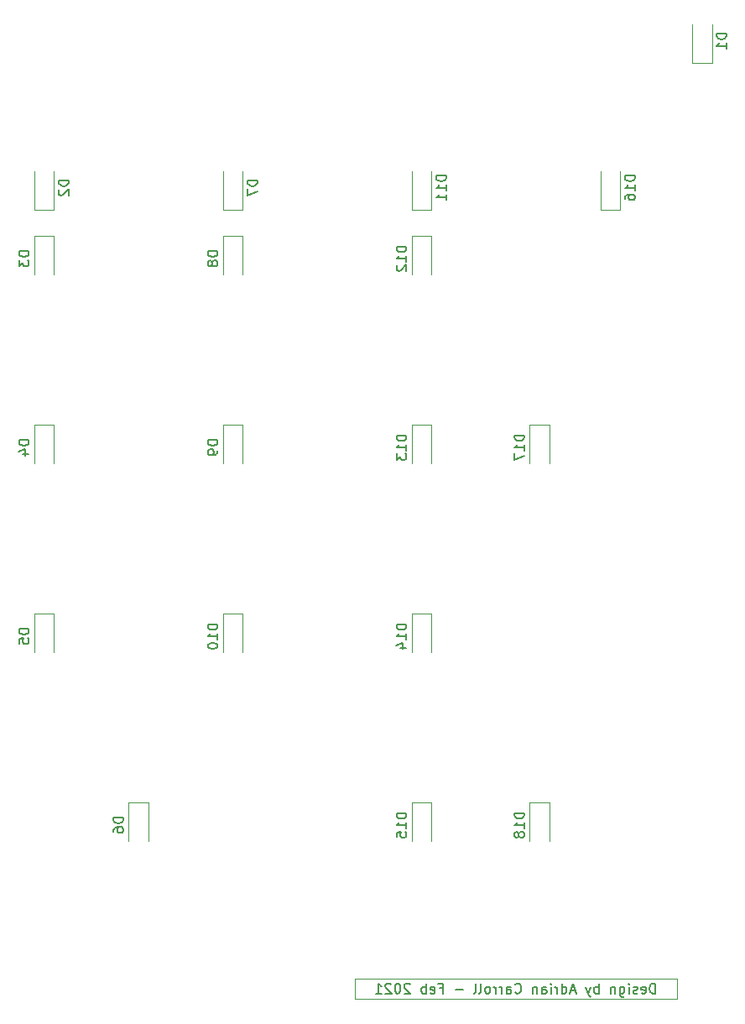
<source format=gbr>
%TF.GenerationSoftware,KiCad,Pcbnew,5.1.9-73d0e3b20d~88~ubuntu20.04.1*%
%TF.CreationDate,2021-03-20T19:20:58-05:00*%
%TF.ProjectId,KeypadMacropad1,4b657970-6164-44d6-9163-726f70616431,rev?*%
%TF.SameCoordinates,Original*%
%TF.FileFunction,Legend,Bot*%
%TF.FilePolarity,Positive*%
%FSLAX46Y46*%
G04 Gerber Fmt 4.6, Leading zero omitted, Abs format (unit mm)*
G04 Created by KiCad (PCBNEW 5.1.9-73d0e3b20d~88~ubuntu20.04.1) date 2021-03-20 19:20:58*
%MOMM*%
%LPD*%
G01*
G04 APERTURE LIST*
%ADD10C,0.120000*%
%ADD11C,0.150000*%
G04 APERTURE END LIST*
D10*
X135456000Y-143364000D02*
X135456000Y-141332000D01*
X167968000Y-143364000D02*
X135456000Y-143364000D01*
X167968000Y-141332000D02*
X167968000Y-143364000D01*
X135456000Y-141332000D02*
X167968000Y-141332000D01*
D11*
X165783428Y-142800380D02*
X165783428Y-141800380D01*
X165545333Y-141800380D01*
X165402476Y-141848000D01*
X165307238Y-141943238D01*
X165259619Y-142038476D01*
X165212000Y-142228952D01*
X165212000Y-142371809D01*
X165259619Y-142562285D01*
X165307238Y-142657523D01*
X165402476Y-142752761D01*
X165545333Y-142800380D01*
X165783428Y-142800380D01*
X164402476Y-142752761D02*
X164497714Y-142800380D01*
X164688190Y-142800380D01*
X164783428Y-142752761D01*
X164831047Y-142657523D01*
X164831047Y-142276571D01*
X164783428Y-142181333D01*
X164688190Y-142133714D01*
X164497714Y-142133714D01*
X164402476Y-142181333D01*
X164354857Y-142276571D01*
X164354857Y-142371809D01*
X164831047Y-142467047D01*
X163973904Y-142752761D02*
X163878666Y-142800380D01*
X163688190Y-142800380D01*
X163592952Y-142752761D01*
X163545333Y-142657523D01*
X163545333Y-142609904D01*
X163592952Y-142514666D01*
X163688190Y-142467047D01*
X163831047Y-142467047D01*
X163926285Y-142419428D01*
X163973904Y-142324190D01*
X163973904Y-142276571D01*
X163926285Y-142181333D01*
X163831047Y-142133714D01*
X163688190Y-142133714D01*
X163592952Y-142181333D01*
X163116761Y-142800380D02*
X163116761Y-142133714D01*
X163116761Y-141800380D02*
X163164380Y-141848000D01*
X163116761Y-141895619D01*
X163069142Y-141848000D01*
X163116761Y-141800380D01*
X163116761Y-141895619D01*
X162212000Y-142133714D02*
X162212000Y-142943238D01*
X162259619Y-143038476D01*
X162307238Y-143086095D01*
X162402476Y-143133714D01*
X162545333Y-143133714D01*
X162640571Y-143086095D01*
X162212000Y-142752761D02*
X162307238Y-142800380D01*
X162497714Y-142800380D01*
X162592952Y-142752761D01*
X162640571Y-142705142D01*
X162688190Y-142609904D01*
X162688190Y-142324190D01*
X162640571Y-142228952D01*
X162592952Y-142181333D01*
X162497714Y-142133714D01*
X162307238Y-142133714D01*
X162212000Y-142181333D01*
X161735809Y-142133714D02*
X161735809Y-142800380D01*
X161735809Y-142228952D02*
X161688190Y-142181333D01*
X161592952Y-142133714D01*
X161450095Y-142133714D01*
X161354857Y-142181333D01*
X161307238Y-142276571D01*
X161307238Y-142800380D01*
X160069142Y-142800380D02*
X160069142Y-141800380D01*
X160069142Y-142181333D02*
X159973904Y-142133714D01*
X159783428Y-142133714D01*
X159688190Y-142181333D01*
X159640571Y-142228952D01*
X159592952Y-142324190D01*
X159592952Y-142609904D01*
X159640571Y-142705142D01*
X159688190Y-142752761D01*
X159783428Y-142800380D01*
X159973904Y-142800380D01*
X160069142Y-142752761D01*
X159259619Y-142133714D02*
X159021523Y-142800380D01*
X158783428Y-142133714D02*
X159021523Y-142800380D01*
X159116761Y-143038476D01*
X159164380Y-143086095D01*
X159259619Y-143133714D01*
X157688190Y-142514666D02*
X157212000Y-142514666D01*
X157783428Y-142800380D02*
X157450095Y-141800380D01*
X157116761Y-142800380D01*
X156354857Y-142800380D02*
X156354857Y-141800380D01*
X156354857Y-142752761D02*
X156450095Y-142800380D01*
X156640571Y-142800380D01*
X156735809Y-142752761D01*
X156783428Y-142705142D01*
X156831047Y-142609904D01*
X156831047Y-142324190D01*
X156783428Y-142228952D01*
X156735809Y-142181333D01*
X156640571Y-142133714D01*
X156450095Y-142133714D01*
X156354857Y-142181333D01*
X155878666Y-142800380D02*
X155878666Y-142133714D01*
X155878666Y-142324190D02*
X155831047Y-142228952D01*
X155783428Y-142181333D01*
X155688190Y-142133714D01*
X155592952Y-142133714D01*
X155259619Y-142800380D02*
X155259619Y-142133714D01*
X155259619Y-141800380D02*
X155307238Y-141848000D01*
X155259619Y-141895619D01*
X155212000Y-141848000D01*
X155259619Y-141800380D01*
X155259619Y-141895619D01*
X154354857Y-142800380D02*
X154354857Y-142276571D01*
X154402476Y-142181333D01*
X154497714Y-142133714D01*
X154688190Y-142133714D01*
X154783428Y-142181333D01*
X154354857Y-142752761D02*
X154450095Y-142800380D01*
X154688190Y-142800380D01*
X154783428Y-142752761D01*
X154831047Y-142657523D01*
X154831047Y-142562285D01*
X154783428Y-142467047D01*
X154688190Y-142419428D01*
X154450095Y-142419428D01*
X154354857Y-142371809D01*
X153878666Y-142133714D02*
X153878666Y-142800380D01*
X153878666Y-142228952D02*
X153831047Y-142181333D01*
X153735809Y-142133714D01*
X153592952Y-142133714D01*
X153497714Y-142181333D01*
X153450095Y-142276571D01*
X153450095Y-142800380D01*
X151640571Y-142705142D02*
X151688190Y-142752761D01*
X151831047Y-142800380D01*
X151926285Y-142800380D01*
X152069142Y-142752761D01*
X152164380Y-142657523D01*
X152212000Y-142562285D01*
X152259619Y-142371809D01*
X152259619Y-142228952D01*
X152212000Y-142038476D01*
X152164380Y-141943238D01*
X152069142Y-141848000D01*
X151926285Y-141800380D01*
X151831047Y-141800380D01*
X151688190Y-141848000D01*
X151640571Y-141895619D01*
X150783428Y-142800380D02*
X150783428Y-142276571D01*
X150831047Y-142181333D01*
X150926285Y-142133714D01*
X151116761Y-142133714D01*
X151212000Y-142181333D01*
X150783428Y-142752761D02*
X150878666Y-142800380D01*
X151116761Y-142800380D01*
X151212000Y-142752761D01*
X151259619Y-142657523D01*
X151259619Y-142562285D01*
X151212000Y-142467047D01*
X151116761Y-142419428D01*
X150878666Y-142419428D01*
X150783428Y-142371809D01*
X150307238Y-142800380D02*
X150307238Y-142133714D01*
X150307238Y-142324190D02*
X150259619Y-142228952D01*
X150212000Y-142181333D01*
X150116761Y-142133714D01*
X150021523Y-142133714D01*
X149688190Y-142800380D02*
X149688190Y-142133714D01*
X149688190Y-142324190D02*
X149640571Y-142228952D01*
X149592952Y-142181333D01*
X149497714Y-142133714D01*
X149402476Y-142133714D01*
X148926285Y-142800380D02*
X149021523Y-142752761D01*
X149069142Y-142705142D01*
X149116761Y-142609904D01*
X149116761Y-142324190D01*
X149069142Y-142228952D01*
X149021523Y-142181333D01*
X148926285Y-142133714D01*
X148783428Y-142133714D01*
X148688190Y-142181333D01*
X148640571Y-142228952D01*
X148592952Y-142324190D01*
X148592952Y-142609904D01*
X148640571Y-142705142D01*
X148688190Y-142752761D01*
X148783428Y-142800380D01*
X148926285Y-142800380D01*
X148021523Y-142800380D02*
X148116761Y-142752761D01*
X148164380Y-142657523D01*
X148164380Y-141800380D01*
X147497714Y-142800380D02*
X147592952Y-142752761D01*
X147640571Y-142657523D01*
X147640571Y-141800380D01*
X146354857Y-142419428D02*
X145592952Y-142419428D01*
X144021523Y-142276571D02*
X144354857Y-142276571D01*
X144354857Y-142800380D02*
X144354857Y-141800380D01*
X143878666Y-141800380D01*
X143116761Y-142752761D02*
X143212000Y-142800380D01*
X143402476Y-142800380D01*
X143497714Y-142752761D01*
X143545333Y-142657523D01*
X143545333Y-142276571D01*
X143497714Y-142181333D01*
X143402476Y-142133714D01*
X143212000Y-142133714D01*
X143116761Y-142181333D01*
X143069142Y-142276571D01*
X143069142Y-142371809D01*
X143545333Y-142467047D01*
X142640571Y-142800380D02*
X142640571Y-141800380D01*
X142640571Y-142181333D02*
X142545333Y-142133714D01*
X142354857Y-142133714D01*
X142259619Y-142181333D01*
X142212000Y-142228952D01*
X142164380Y-142324190D01*
X142164380Y-142609904D01*
X142212000Y-142705142D01*
X142259619Y-142752761D01*
X142354857Y-142800380D01*
X142545333Y-142800380D01*
X142640571Y-142752761D01*
X141021523Y-141895619D02*
X140973904Y-141848000D01*
X140878666Y-141800380D01*
X140640571Y-141800380D01*
X140545333Y-141848000D01*
X140497714Y-141895619D01*
X140450095Y-141990857D01*
X140450095Y-142086095D01*
X140497714Y-142228952D01*
X141069142Y-142800380D01*
X140450095Y-142800380D01*
X139831047Y-141800380D02*
X139735809Y-141800380D01*
X139640571Y-141848000D01*
X139592952Y-141895619D01*
X139545333Y-141990857D01*
X139497714Y-142181333D01*
X139497714Y-142419428D01*
X139545333Y-142609904D01*
X139592952Y-142705142D01*
X139640571Y-142752761D01*
X139735809Y-142800380D01*
X139831047Y-142800380D01*
X139926285Y-142752761D01*
X139973904Y-142705142D01*
X140021523Y-142609904D01*
X140069142Y-142419428D01*
X140069142Y-142181333D01*
X140021523Y-141990857D01*
X139973904Y-141895619D01*
X139926285Y-141848000D01*
X139831047Y-141800380D01*
X139116761Y-141895619D02*
X139069142Y-141848000D01*
X138973904Y-141800380D01*
X138735809Y-141800380D01*
X138640571Y-141848000D01*
X138592952Y-141895619D01*
X138545333Y-141990857D01*
X138545333Y-142086095D01*
X138592952Y-142228952D01*
X139164380Y-142800380D01*
X138545333Y-142800380D01*
X137592952Y-142800380D02*
X138164380Y-142800380D01*
X137878666Y-142800380D02*
X137878666Y-141800380D01*
X137973904Y-141943238D01*
X138069142Y-142038476D01*
X138164380Y-142086095D01*
D10*
%TO.C,D1*%
X171508000Y-48966000D02*
X169508000Y-48966000D01*
X169508000Y-48966000D02*
X169508000Y-45066000D01*
X171508000Y-48966000D02*
X171508000Y-45066000D01*
%TO.C,D13*%
X141218750Y-85456250D02*
X141218750Y-89356250D01*
X143218750Y-85456250D02*
X143218750Y-89356250D01*
X141218750Y-85456250D02*
X143218750Y-85456250D01*
%TO.C,D14*%
X141218750Y-104506250D02*
X141218750Y-108406250D01*
X143218750Y-104506250D02*
X143218750Y-108406250D01*
X141218750Y-104506250D02*
X143218750Y-104506250D01*
%TO.C,D15*%
X141218750Y-123556250D02*
X141218750Y-127456250D01*
X143218750Y-123556250D02*
X143218750Y-127456250D01*
X141218750Y-123556250D02*
X143218750Y-123556250D01*
%TO.C,D16*%
X162268750Y-63762500D02*
X162268750Y-59862500D01*
X160268750Y-63762500D02*
X160268750Y-59862500D01*
X162268750Y-63762500D02*
X160268750Y-63762500D01*
%TO.C,D7*%
X124168750Y-63762500D02*
X124168750Y-59862500D01*
X122168750Y-63762500D02*
X122168750Y-59862500D01*
X124168750Y-63762500D02*
X122168750Y-63762500D01*
%TO.C,D4*%
X103118750Y-85456250D02*
X103118750Y-89356250D01*
X105118750Y-85456250D02*
X105118750Y-89356250D01*
X103118750Y-85456250D02*
X105118750Y-85456250D01*
%TO.C,D8*%
X122168750Y-66406250D02*
X122168750Y-70306250D01*
X124168750Y-66406250D02*
X124168750Y-70306250D01*
X122168750Y-66406250D02*
X124168750Y-66406250D01*
%TO.C,D6*%
X112643750Y-123556250D02*
X112643750Y-127456250D01*
X114643750Y-123556250D02*
X114643750Y-127456250D01*
X112643750Y-123556250D02*
X114643750Y-123556250D01*
%TO.C,D18*%
X153125000Y-123556250D02*
X153125000Y-127456250D01*
X155125000Y-123556250D02*
X155125000Y-127456250D01*
X153125000Y-123556250D02*
X155125000Y-123556250D01*
%TO.C,D5*%
X103118750Y-104506250D02*
X103118750Y-108406250D01*
X105118750Y-104506250D02*
X105118750Y-108406250D01*
X103118750Y-104506250D02*
X105118750Y-104506250D01*
%TO.C,D17*%
X153125000Y-85456250D02*
X153125000Y-89356250D01*
X155125000Y-85456250D02*
X155125000Y-89356250D01*
X153125000Y-85456250D02*
X155125000Y-85456250D01*
%TO.C,D3*%
X103118750Y-66406250D02*
X103118750Y-70306250D01*
X105118750Y-66406250D02*
X105118750Y-70306250D01*
X103118750Y-66406250D02*
X105118750Y-66406250D01*
%TO.C,D11*%
X143218750Y-63762500D02*
X143218750Y-59862500D01*
X141218750Y-63762500D02*
X141218750Y-59862500D01*
X143218750Y-63762500D02*
X141218750Y-63762500D01*
%TO.C,D12*%
X141218750Y-66406250D02*
X141218750Y-70306250D01*
X143218750Y-66406250D02*
X143218750Y-70306250D01*
X141218750Y-66406250D02*
X143218750Y-66406250D01*
%TO.C,D9*%
X122168750Y-85456250D02*
X122168750Y-89356250D01*
X124168750Y-85456250D02*
X124168750Y-89356250D01*
X122168750Y-85456250D02*
X124168750Y-85456250D01*
%TO.C,D10*%
X122168750Y-104506250D02*
X122168750Y-108406250D01*
X124168750Y-104506250D02*
X124168750Y-108406250D01*
X122168750Y-104506250D02*
X124168750Y-104506250D01*
%TO.C,D2*%
X105118750Y-63762500D02*
X105118750Y-59862500D01*
X103118750Y-63762500D02*
X103118750Y-59862500D01*
X105118750Y-63762500D02*
X103118750Y-63762500D01*
%TO.C,D1*%
D11*
X172960380Y-45977904D02*
X171960380Y-45977904D01*
X171960380Y-46216000D01*
X172008000Y-46358857D01*
X172103238Y-46454095D01*
X172198476Y-46501714D01*
X172388952Y-46549333D01*
X172531809Y-46549333D01*
X172722285Y-46501714D01*
X172817523Y-46454095D01*
X172912761Y-46358857D01*
X172960380Y-46216000D01*
X172960380Y-45977904D01*
X172960380Y-47501714D02*
X172960380Y-46930285D01*
X172960380Y-47216000D02*
X171960380Y-47216000D01*
X172103238Y-47120761D01*
X172198476Y-47025523D01*
X172246095Y-46930285D01*
%TO.C,D13*%
X140671130Y-86491964D02*
X139671130Y-86491964D01*
X139671130Y-86730059D01*
X139718750Y-86872916D01*
X139813988Y-86968154D01*
X139909226Y-87015773D01*
X140099702Y-87063392D01*
X140242559Y-87063392D01*
X140433035Y-87015773D01*
X140528273Y-86968154D01*
X140623511Y-86872916D01*
X140671130Y-86730059D01*
X140671130Y-86491964D01*
X140671130Y-88015773D02*
X140671130Y-87444345D01*
X140671130Y-87730059D02*
X139671130Y-87730059D01*
X139813988Y-87634821D01*
X139909226Y-87539583D01*
X139956845Y-87444345D01*
X139671130Y-88349107D02*
X139671130Y-88968154D01*
X140052083Y-88634821D01*
X140052083Y-88777678D01*
X140099702Y-88872916D01*
X140147321Y-88920535D01*
X140242559Y-88968154D01*
X140480654Y-88968154D01*
X140575892Y-88920535D01*
X140623511Y-88872916D01*
X140671130Y-88777678D01*
X140671130Y-88491964D01*
X140623511Y-88396726D01*
X140575892Y-88349107D01*
%TO.C,D14*%
X140671130Y-105541964D02*
X139671130Y-105541964D01*
X139671130Y-105780059D01*
X139718750Y-105922916D01*
X139813988Y-106018154D01*
X139909226Y-106065773D01*
X140099702Y-106113392D01*
X140242559Y-106113392D01*
X140433035Y-106065773D01*
X140528273Y-106018154D01*
X140623511Y-105922916D01*
X140671130Y-105780059D01*
X140671130Y-105541964D01*
X140671130Y-107065773D02*
X140671130Y-106494345D01*
X140671130Y-106780059D02*
X139671130Y-106780059D01*
X139813988Y-106684821D01*
X139909226Y-106589583D01*
X139956845Y-106494345D01*
X140004464Y-107922916D02*
X140671130Y-107922916D01*
X139623511Y-107684821D02*
X140337797Y-107446726D01*
X140337797Y-108065773D01*
%TO.C,D15*%
X140671130Y-124591964D02*
X139671130Y-124591964D01*
X139671130Y-124830059D01*
X139718750Y-124972916D01*
X139813988Y-125068154D01*
X139909226Y-125115773D01*
X140099702Y-125163392D01*
X140242559Y-125163392D01*
X140433035Y-125115773D01*
X140528273Y-125068154D01*
X140623511Y-124972916D01*
X140671130Y-124830059D01*
X140671130Y-124591964D01*
X140671130Y-126115773D02*
X140671130Y-125544345D01*
X140671130Y-125830059D02*
X139671130Y-125830059D01*
X139813988Y-125734821D01*
X139909226Y-125639583D01*
X139956845Y-125544345D01*
X139671130Y-127020535D02*
X139671130Y-126544345D01*
X140147321Y-126496726D01*
X140099702Y-126544345D01*
X140052083Y-126639583D01*
X140052083Y-126877678D01*
X140099702Y-126972916D01*
X140147321Y-127020535D01*
X140242559Y-127068154D01*
X140480654Y-127068154D01*
X140575892Y-127020535D01*
X140623511Y-126972916D01*
X140671130Y-126877678D01*
X140671130Y-126639583D01*
X140623511Y-126544345D01*
X140575892Y-126496726D01*
%TO.C,D16*%
X163721130Y-60298214D02*
X162721130Y-60298214D01*
X162721130Y-60536309D01*
X162768750Y-60679166D01*
X162863988Y-60774404D01*
X162959226Y-60822023D01*
X163149702Y-60869642D01*
X163292559Y-60869642D01*
X163483035Y-60822023D01*
X163578273Y-60774404D01*
X163673511Y-60679166D01*
X163721130Y-60536309D01*
X163721130Y-60298214D01*
X163721130Y-61822023D02*
X163721130Y-61250595D01*
X163721130Y-61536309D02*
X162721130Y-61536309D01*
X162863988Y-61441071D01*
X162959226Y-61345833D01*
X163006845Y-61250595D01*
X162721130Y-62679166D02*
X162721130Y-62488690D01*
X162768750Y-62393452D01*
X162816369Y-62345833D01*
X162959226Y-62250595D01*
X163149702Y-62202976D01*
X163530654Y-62202976D01*
X163625892Y-62250595D01*
X163673511Y-62298214D01*
X163721130Y-62393452D01*
X163721130Y-62583928D01*
X163673511Y-62679166D01*
X163625892Y-62726785D01*
X163530654Y-62774404D01*
X163292559Y-62774404D01*
X163197321Y-62726785D01*
X163149702Y-62679166D01*
X163102083Y-62583928D01*
X163102083Y-62393452D01*
X163149702Y-62298214D01*
X163197321Y-62250595D01*
X163292559Y-62202976D01*
%TO.C,D7*%
X125621130Y-60774404D02*
X124621130Y-60774404D01*
X124621130Y-61012500D01*
X124668750Y-61155357D01*
X124763988Y-61250595D01*
X124859226Y-61298214D01*
X125049702Y-61345833D01*
X125192559Y-61345833D01*
X125383035Y-61298214D01*
X125478273Y-61250595D01*
X125573511Y-61155357D01*
X125621130Y-61012500D01*
X125621130Y-60774404D01*
X124621130Y-61679166D02*
X124621130Y-62345833D01*
X125621130Y-61917261D01*
%TO.C,D4*%
X102571130Y-86968154D02*
X101571130Y-86968154D01*
X101571130Y-87206250D01*
X101618750Y-87349107D01*
X101713988Y-87444345D01*
X101809226Y-87491964D01*
X101999702Y-87539583D01*
X102142559Y-87539583D01*
X102333035Y-87491964D01*
X102428273Y-87444345D01*
X102523511Y-87349107D01*
X102571130Y-87206250D01*
X102571130Y-86968154D01*
X101904464Y-88396726D02*
X102571130Y-88396726D01*
X101523511Y-88158630D02*
X102237797Y-87920535D01*
X102237797Y-88539583D01*
%TO.C,D8*%
X121621130Y-67918154D02*
X120621130Y-67918154D01*
X120621130Y-68156250D01*
X120668750Y-68299107D01*
X120763988Y-68394345D01*
X120859226Y-68441964D01*
X121049702Y-68489583D01*
X121192559Y-68489583D01*
X121383035Y-68441964D01*
X121478273Y-68394345D01*
X121573511Y-68299107D01*
X121621130Y-68156250D01*
X121621130Y-67918154D01*
X121049702Y-69061011D02*
X121002083Y-68965773D01*
X120954464Y-68918154D01*
X120859226Y-68870535D01*
X120811607Y-68870535D01*
X120716369Y-68918154D01*
X120668750Y-68965773D01*
X120621130Y-69061011D01*
X120621130Y-69251488D01*
X120668750Y-69346726D01*
X120716369Y-69394345D01*
X120811607Y-69441964D01*
X120859226Y-69441964D01*
X120954464Y-69394345D01*
X121002083Y-69346726D01*
X121049702Y-69251488D01*
X121049702Y-69061011D01*
X121097321Y-68965773D01*
X121144940Y-68918154D01*
X121240178Y-68870535D01*
X121430654Y-68870535D01*
X121525892Y-68918154D01*
X121573511Y-68965773D01*
X121621130Y-69061011D01*
X121621130Y-69251488D01*
X121573511Y-69346726D01*
X121525892Y-69394345D01*
X121430654Y-69441964D01*
X121240178Y-69441964D01*
X121144940Y-69394345D01*
X121097321Y-69346726D01*
X121049702Y-69251488D01*
%TO.C,D6*%
X112096130Y-125068154D02*
X111096130Y-125068154D01*
X111096130Y-125306250D01*
X111143750Y-125449107D01*
X111238988Y-125544345D01*
X111334226Y-125591964D01*
X111524702Y-125639583D01*
X111667559Y-125639583D01*
X111858035Y-125591964D01*
X111953273Y-125544345D01*
X112048511Y-125449107D01*
X112096130Y-125306250D01*
X112096130Y-125068154D01*
X111096130Y-126496726D02*
X111096130Y-126306250D01*
X111143750Y-126211011D01*
X111191369Y-126163392D01*
X111334226Y-126068154D01*
X111524702Y-126020535D01*
X111905654Y-126020535D01*
X112000892Y-126068154D01*
X112048511Y-126115773D01*
X112096130Y-126211011D01*
X112096130Y-126401488D01*
X112048511Y-126496726D01*
X112000892Y-126544345D01*
X111905654Y-126591964D01*
X111667559Y-126591964D01*
X111572321Y-126544345D01*
X111524702Y-126496726D01*
X111477083Y-126401488D01*
X111477083Y-126211011D01*
X111524702Y-126115773D01*
X111572321Y-126068154D01*
X111667559Y-126020535D01*
%TO.C,D18*%
X152577380Y-124591964D02*
X151577380Y-124591964D01*
X151577380Y-124830059D01*
X151625000Y-124972916D01*
X151720238Y-125068154D01*
X151815476Y-125115773D01*
X152005952Y-125163392D01*
X152148809Y-125163392D01*
X152339285Y-125115773D01*
X152434523Y-125068154D01*
X152529761Y-124972916D01*
X152577380Y-124830059D01*
X152577380Y-124591964D01*
X152577380Y-126115773D02*
X152577380Y-125544345D01*
X152577380Y-125830059D02*
X151577380Y-125830059D01*
X151720238Y-125734821D01*
X151815476Y-125639583D01*
X151863095Y-125544345D01*
X152005952Y-126687202D02*
X151958333Y-126591964D01*
X151910714Y-126544345D01*
X151815476Y-126496726D01*
X151767857Y-126496726D01*
X151672619Y-126544345D01*
X151625000Y-126591964D01*
X151577380Y-126687202D01*
X151577380Y-126877678D01*
X151625000Y-126972916D01*
X151672619Y-127020535D01*
X151767857Y-127068154D01*
X151815476Y-127068154D01*
X151910714Y-127020535D01*
X151958333Y-126972916D01*
X152005952Y-126877678D01*
X152005952Y-126687202D01*
X152053571Y-126591964D01*
X152101190Y-126544345D01*
X152196428Y-126496726D01*
X152386904Y-126496726D01*
X152482142Y-126544345D01*
X152529761Y-126591964D01*
X152577380Y-126687202D01*
X152577380Y-126877678D01*
X152529761Y-126972916D01*
X152482142Y-127020535D01*
X152386904Y-127068154D01*
X152196428Y-127068154D01*
X152101190Y-127020535D01*
X152053571Y-126972916D01*
X152005952Y-126877678D01*
%TO.C,D5*%
X102571130Y-106018154D02*
X101571130Y-106018154D01*
X101571130Y-106256250D01*
X101618750Y-106399107D01*
X101713988Y-106494345D01*
X101809226Y-106541964D01*
X101999702Y-106589583D01*
X102142559Y-106589583D01*
X102333035Y-106541964D01*
X102428273Y-106494345D01*
X102523511Y-106399107D01*
X102571130Y-106256250D01*
X102571130Y-106018154D01*
X101571130Y-107494345D02*
X101571130Y-107018154D01*
X102047321Y-106970535D01*
X101999702Y-107018154D01*
X101952083Y-107113392D01*
X101952083Y-107351488D01*
X101999702Y-107446726D01*
X102047321Y-107494345D01*
X102142559Y-107541964D01*
X102380654Y-107541964D01*
X102475892Y-107494345D01*
X102523511Y-107446726D01*
X102571130Y-107351488D01*
X102571130Y-107113392D01*
X102523511Y-107018154D01*
X102475892Y-106970535D01*
%TO.C,D17*%
X152577380Y-86491964D02*
X151577380Y-86491964D01*
X151577380Y-86730059D01*
X151625000Y-86872916D01*
X151720238Y-86968154D01*
X151815476Y-87015773D01*
X152005952Y-87063392D01*
X152148809Y-87063392D01*
X152339285Y-87015773D01*
X152434523Y-86968154D01*
X152529761Y-86872916D01*
X152577380Y-86730059D01*
X152577380Y-86491964D01*
X152577380Y-88015773D02*
X152577380Y-87444345D01*
X152577380Y-87730059D02*
X151577380Y-87730059D01*
X151720238Y-87634821D01*
X151815476Y-87539583D01*
X151863095Y-87444345D01*
X151577380Y-88349107D02*
X151577380Y-89015773D01*
X152577380Y-88587202D01*
%TO.C,D3*%
X102571130Y-67918154D02*
X101571130Y-67918154D01*
X101571130Y-68156250D01*
X101618750Y-68299107D01*
X101713988Y-68394345D01*
X101809226Y-68441964D01*
X101999702Y-68489583D01*
X102142559Y-68489583D01*
X102333035Y-68441964D01*
X102428273Y-68394345D01*
X102523511Y-68299107D01*
X102571130Y-68156250D01*
X102571130Y-67918154D01*
X101571130Y-68822916D02*
X101571130Y-69441964D01*
X101952083Y-69108630D01*
X101952083Y-69251488D01*
X101999702Y-69346726D01*
X102047321Y-69394345D01*
X102142559Y-69441964D01*
X102380654Y-69441964D01*
X102475892Y-69394345D01*
X102523511Y-69346726D01*
X102571130Y-69251488D01*
X102571130Y-68965773D01*
X102523511Y-68870535D01*
X102475892Y-68822916D01*
%TO.C,D11*%
X144671130Y-60298214D02*
X143671130Y-60298214D01*
X143671130Y-60536309D01*
X143718750Y-60679166D01*
X143813988Y-60774404D01*
X143909226Y-60822023D01*
X144099702Y-60869642D01*
X144242559Y-60869642D01*
X144433035Y-60822023D01*
X144528273Y-60774404D01*
X144623511Y-60679166D01*
X144671130Y-60536309D01*
X144671130Y-60298214D01*
X144671130Y-61822023D02*
X144671130Y-61250595D01*
X144671130Y-61536309D02*
X143671130Y-61536309D01*
X143813988Y-61441071D01*
X143909226Y-61345833D01*
X143956845Y-61250595D01*
X144671130Y-62774404D02*
X144671130Y-62202976D01*
X144671130Y-62488690D02*
X143671130Y-62488690D01*
X143813988Y-62393452D01*
X143909226Y-62298214D01*
X143956845Y-62202976D01*
%TO.C,D12*%
X140671130Y-67441964D02*
X139671130Y-67441964D01*
X139671130Y-67680059D01*
X139718750Y-67822916D01*
X139813988Y-67918154D01*
X139909226Y-67965773D01*
X140099702Y-68013392D01*
X140242559Y-68013392D01*
X140433035Y-67965773D01*
X140528273Y-67918154D01*
X140623511Y-67822916D01*
X140671130Y-67680059D01*
X140671130Y-67441964D01*
X140671130Y-68965773D02*
X140671130Y-68394345D01*
X140671130Y-68680059D02*
X139671130Y-68680059D01*
X139813988Y-68584821D01*
X139909226Y-68489583D01*
X139956845Y-68394345D01*
X139766369Y-69346726D02*
X139718750Y-69394345D01*
X139671130Y-69489583D01*
X139671130Y-69727678D01*
X139718750Y-69822916D01*
X139766369Y-69870535D01*
X139861607Y-69918154D01*
X139956845Y-69918154D01*
X140099702Y-69870535D01*
X140671130Y-69299107D01*
X140671130Y-69918154D01*
%TO.C,D9*%
X121621130Y-86968154D02*
X120621130Y-86968154D01*
X120621130Y-87206250D01*
X120668750Y-87349107D01*
X120763988Y-87444345D01*
X120859226Y-87491964D01*
X121049702Y-87539583D01*
X121192559Y-87539583D01*
X121383035Y-87491964D01*
X121478273Y-87444345D01*
X121573511Y-87349107D01*
X121621130Y-87206250D01*
X121621130Y-86968154D01*
X121621130Y-88015773D02*
X121621130Y-88206250D01*
X121573511Y-88301488D01*
X121525892Y-88349107D01*
X121383035Y-88444345D01*
X121192559Y-88491964D01*
X120811607Y-88491964D01*
X120716369Y-88444345D01*
X120668750Y-88396726D01*
X120621130Y-88301488D01*
X120621130Y-88111011D01*
X120668750Y-88015773D01*
X120716369Y-87968154D01*
X120811607Y-87920535D01*
X121049702Y-87920535D01*
X121144940Y-87968154D01*
X121192559Y-88015773D01*
X121240178Y-88111011D01*
X121240178Y-88301488D01*
X121192559Y-88396726D01*
X121144940Y-88444345D01*
X121049702Y-88491964D01*
%TO.C,D10*%
X121621130Y-105541964D02*
X120621130Y-105541964D01*
X120621130Y-105780059D01*
X120668750Y-105922916D01*
X120763988Y-106018154D01*
X120859226Y-106065773D01*
X121049702Y-106113392D01*
X121192559Y-106113392D01*
X121383035Y-106065773D01*
X121478273Y-106018154D01*
X121573511Y-105922916D01*
X121621130Y-105780059D01*
X121621130Y-105541964D01*
X121621130Y-107065773D02*
X121621130Y-106494345D01*
X121621130Y-106780059D02*
X120621130Y-106780059D01*
X120763988Y-106684821D01*
X120859226Y-106589583D01*
X120906845Y-106494345D01*
X120621130Y-107684821D02*
X120621130Y-107780059D01*
X120668750Y-107875297D01*
X120716369Y-107922916D01*
X120811607Y-107970535D01*
X121002083Y-108018154D01*
X121240178Y-108018154D01*
X121430654Y-107970535D01*
X121525892Y-107922916D01*
X121573511Y-107875297D01*
X121621130Y-107780059D01*
X121621130Y-107684821D01*
X121573511Y-107589583D01*
X121525892Y-107541964D01*
X121430654Y-107494345D01*
X121240178Y-107446726D01*
X121002083Y-107446726D01*
X120811607Y-107494345D01*
X120716369Y-107541964D01*
X120668750Y-107589583D01*
X120621130Y-107684821D01*
%TO.C,D2*%
X106571130Y-60774404D02*
X105571130Y-60774404D01*
X105571130Y-61012500D01*
X105618750Y-61155357D01*
X105713988Y-61250595D01*
X105809226Y-61298214D01*
X105999702Y-61345833D01*
X106142559Y-61345833D01*
X106333035Y-61298214D01*
X106428273Y-61250595D01*
X106523511Y-61155357D01*
X106571130Y-61012500D01*
X106571130Y-60774404D01*
X105666369Y-61726785D02*
X105618750Y-61774404D01*
X105571130Y-61869642D01*
X105571130Y-62107738D01*
X105618750Y-62202976D01*
X105666369Y-62250595D01*
X105761607Y-62298214D01*
X105856845Y-62298214D01*
X105999702Y-62250595D01*
X106571130Y-61679166D01*
X106571130Y-62298214D01*
%TD*%
M02*

</source>
